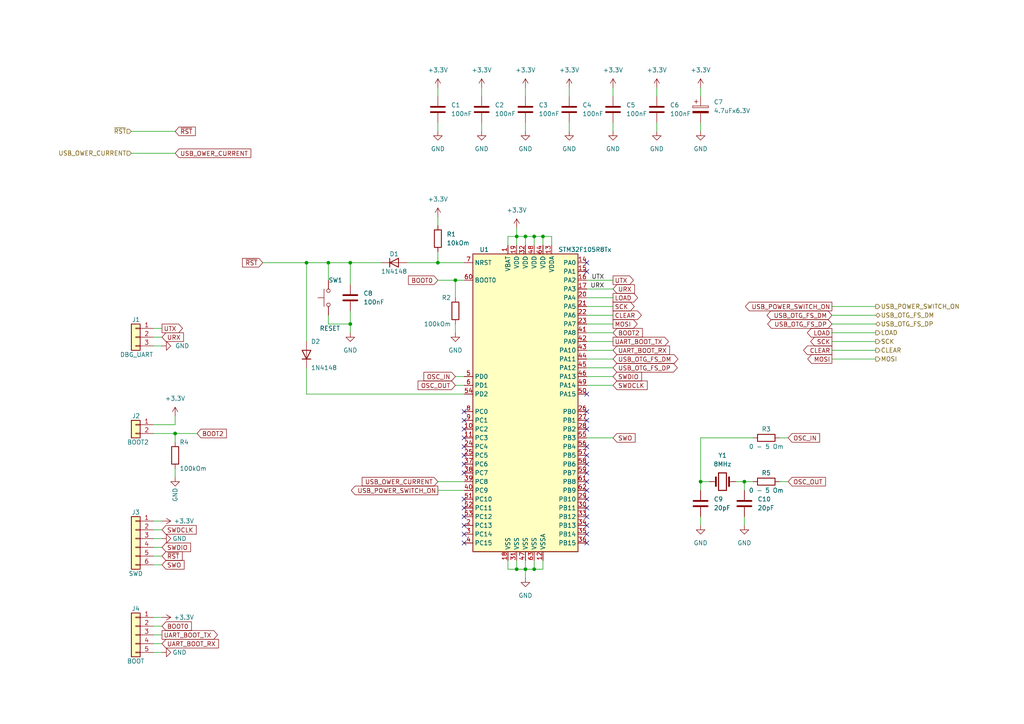
<source format=kicad_sch>
(kicad_sch (version 20211123) (generator eeschema)
  (paper "A4")
  (title_block (title "USB_Keyboard for ZX-Spectrum") (date "17.11.2022") (rev "v0.01"))
  (lib_symbols
    (symbol "Connector_Generic:Conn_01x02" (pin_names (offset 1.016) hide)
      (property "Reference" "J" (at 0 2.54 0))
      (property "Value" "Conn_01x02" (at 0 -5.08 0))
      (symbol "Conn_01x02_1_1"
        (rectangle (start -1.27 -2.413) (end 0 -2.667) (stroke (width 0.1524)))
        (rectangle (start -1.27 0.127) (end 0 -0.127) (stroke (width 0.1524)))
        (rectangle (start -1.27 1.27) (end 1.27 -3.81) (stroke (width 0.254)) (fill (type background)))
        (pin passive line (at -5.08 0 0) (length 3.81) (name "Pin_1") (number "1"))
        (pin passive line (at -5.08 -2.54 0) (length 3.81) (name "Pin_2") (number "2"))
      )
    )
    (symbol "Connector_Generic:Conn_01x03" (pin_names (offset 1.016) hide)
      (property "Reference" "J" (at 0 5.08 0))
      (property "Value" "Conn_01x03" (at 0 -5.08 0))
      (symbol "Conn_01x03_1_1"
        (rectangle (start -1.27 -2.413) (end 0 -2.667) (stroke (width 0.1524)))
        (rectangle (start -1.27 0.127) (end 0 -0.127) (stroke (width 0.1524)))
        (rectangle (start -1.27 2.667) (end 0 2.413) (stroke (width 0.1524)))
        (rectangle (start -1.27 3.81) (end 1.27 -3.81) (stroke (width 0.254)) (fill (type background)))
        (pin passive line (at -5.08 2.54 0) (length 3.81) (name "Pin_1") (number "1"))
        (pin passive line (at -5.08 0 0) (length 3.81) (name "Pin_2") (number "2"))
        (pin passive line (at -5.08 -2.54 0) (length 3.81) (name "Pin_3") (number "3"))
      )
    )
    (symbol "Connector_Generic:Conn_01x05" (pin_names (offset 1.016) hide)
      (property "Reference" "J" (at 0 7.62 0))
      (property "Value" "Conn_01x05" (at 0 -7.62 0))
      (symbol "Conn_01x05_1_1"
        (rectangle (start -1.27 -4.953) (end 0 -5.207) (stroke (width 0.1524)))
        (rectangle (start -1.27 -2.413) (end 0 -2.667) (stroke (width 0.1524)))
        (rectangle (start -1.27 0.127) (end 0 -0.127) (stroke (width 0.1524)))
        (rectangle (start -1.27 2.667) (end 0 2.413) (stroke (width 0.1524)))
        (rectangle (start -1.27 5.207) (end 0 4.953) (stroke (width 0.1524)))
        (rectangle (start -1.27 6.35) (end 1.27 -6.35) (stroke (width 0.254)) (fill (type background)))
        (pin passive line (at -5.08 5.08 0) (length 3.81) (name "Pin_1") (number "1"))
        (pin passive line (at -5.08 2.54 0) (length 3.81) (name "Pin_2") (number "2"))
        (pin passive line (at -5.08 0 0) (length 3.81) (name "Pin_3") (number "3"))
        (pin passive line (at -5.08 -2.54 0) (length 3.81) (name "Pin_4") (number "4"))
        (pin passive line (at -5.08 -5.08 0) (length 3.81) (name "Pin_5") (number "5"))
      )
    )
    (symbol "Connector_Generic:Conn_01x06" (pin_names (offset 1.016) hide)
      (property "Reference" "J" (at 0 7.62 0))
      (property "Value" "Conn_01x06" (at 0 -10.16 0))
      (symbol "Conn_01x06_1_1"
        (rectangle (start -1.27 -7.493) (end 0 -7.747) (stroke (width 0.1524)))
        (rectangle (start -1.27 -4.953) (end 0 -5.207) (stroke (width 0.1524)))
        (rectangle (start -1.27 -2.413) (end 0 -2.667) (stroke (width 0.1524)))
        (rectangle (start -1.27 0.127) (end 0 -0.127) (stroke (width 0.1524)))
        (rectangle (start -1.27 2.667) (end 0 2.413) (stroke (width 0.1524)))
        (rectangle (start -1.27 5.207) (end 0 4.953) (stroke (width 0.1524)))
        (rectangle (start -1.27 6.35) (end 1.27 -8.89) (stroke (width 0.254)) (fill (type background)))
        (pin passive line (at -5.08 5.08 0) (length 3.81) (name "Pin_1") (number "1"))
        (pin passive line (at -5.08 2.54 0) (length 3.81) (name "Pin_2") (number "2"))
        (pin passive line (at -5.08 0 0) (length 3.81) (name "Pin_3") (number "3"))
        (pin passive line (at -5.08 -2.54 0) (length 3.81) (name "Pin_4") (number "4"))
        (pin passive line (at -5.08 -5.08 0) (length 3.81) (name "Pin_5") (number "5"))
        (pin passive line (at -5.08 -7.62 0) (length 3.81) (name "Pin_6") (number "6"))
      )
    )
    (symbol "Device:C" (pin_numbers hide) (pin_names (offset 0.254))
      (property "Reference" "C" (at 0.635 2.54 0))
      (property "Value" "C" (at 0.635 -2.54 0))
      (symbol "C_0_1"
        (polyline (pts (xy -2.032 -0.762) (xy 2.032 -0.762)) (stroke (width 0.508)))
        (polyline (pts (xy -2.032 0.762) (xy 2.032 0.762)) (stroke (width 0.508)))
      )
      (symbol "C_1_1"
        (pin passive line (at 0 3.81 270) (length 2.794) (name "~") (number "1"))
        (pin passive line (at 0 -3.81 90) (length 2.794) (name "~") (number "2"))
      )
    )
    (symbol "Device:C_Polarized" (pin_numbers hide) (pin_names (offset 0.254))
      (property "Reference" "C" (at 0.635 2.54 0))
      (property "Value" "C_Polarized" (at 0.635 -2.54 0))
      (symbol "C_Polarized_0_1"
        (rectangle (start -2.286 0.508) (end 2.286 1.016))
        (polyline (pts (xy -1.778 2.286) (xy -0.762 2.286)))
        (polyline (pts (xy -1.27 2.794) (xy -1.27 1.778)))
        (rectangle (start 2.286 -0.508) (end -2.286 -1.016) (fill (type outline)))
      )
      (symbol "C_Polarized_1_1"
        (pin passive line (at 0 3.81 270) (length 2.794) (name "~") (number "1"))
        (pin passive line (at 0 -3.81 90) (length 2.794) (name "~") (number "2"))
      )
    )
    (symbol "Device:Crystal" (pin_numbers hide) (pin_names (offset 1.016) hide)
      (property "Reference" "Y" (at 0 3.81 0))
      (property "Value" "Crystal" (at 0 -3.81 0))
      (symbol "Crystal_0_1"
        (rectangle (start -1.143 2.54) (end 1.143 -2.54) (stroke (width 0.3048)))
        (polyline (pts (xy -2.54 0) (xy -1.905 0)))
        (polyline (pts (xy -1.905 -1.27) (xy -1.905 1.27)) (stroke (width 0.508)))
        (polyline (pts (xy 1.905 -1.27) (xy 1.905 1.27)) (stroke (width 0.508)))
        (polyline (pts (xy 2.54 0) (xy 1.905 0)))
      )
      (symbol "Crystal_1_1"
        (pin passive line (at -3.81 0 0) (length 1.27) (name "1") (number "1"))
        (pin passive line (at 3.81 0 180) (length 1.27) (name "2") (number "2"))
      )
    )
    (symbol "Device:D" (pin_numbers hide) (pin_names (offset 1.016) hide)
      (property "Reference" "D" (at 0 2.54 0))
      (property "Value" "D" (at 0 -2.54 0))
      (symbol "D_0_1"
        (polyline (pts (xy -1.27 1.27) (xy -1.27 -1.27)) (stroke (width 0.254)))
        (polyline (pts (xy 1.27 0) (xy -1.27 0)))
        (polyline (pts (xy 1.27 1.27) (xy 1.27 -1.27) (xy -1.27 0) (xy 1.27 1.27)) (stroke (width 0.254)))
      )
      (symbol "D_1_1"
        (pin passive line (at -3.81 0 0) (length 2.54) (name "K") (number "1"))
        (pin passive line (at 3.81 0 180) (length 2.54) (name "A") (number "2"))
      )
    )
    (symbol "Device:R" (pin_numbers hide) (pin_names (offset 0))
      (property "Reference" "R" (at 2.032 0 90))
      (property "Value" "R" (at 0 0 90))
      (symbol "R_0_1"
        (rectangle (start -1.016 -2.54) (end 1.016 2.54) (stroke (width 0.254)))
      )
      (symbol "R_1_1"
        (pin passive line (at 0 3.81 270) (length 1.27) (name "~") (number "1"))
        (pin passive line (at 0 -3.81 90) (length 1.27) (name "~") (number "2"))
      )
    )
    (symbol "MCU_ST_STM32F1:STM32F105R8Tx"
      (property "Reference" "U" (at -15.24 44.45 0))
      (property "Value" "STM32F105R8Tx" (at 10.16 44.45 0))
      (symbol "STM32F105R8Tx_0_1"
        (rectangle (start -15.24 -43.18) (end 15.24 43.18) (stroke (width 0.254)) (fill (type background)))
      )
      (symbol "STM32F105R8Tx_1_1"
        (pin power_in line (at -5.08 45.72 270) (length 2.54) (name "VBAT") (number "1"))
        (pin bidirectional line (at -17.78 -7.62 0) (length 2.54) (name "PC2") (number "10"))
        (pin bidirectional line (at -17.78 -10.16 0) (length 2.54) (name "PC3") (number "11"))
        (pin power_in line (at 5.08 -45.72 90) (length 2.54) (name "VSSA") (number "12"))
        (pin power_in line (at 7.62 45.72 270) (length 2.54) (name "VDDA") (number "13"))
        (pin bidirectional line (at 17.78 40.64 180) (length 2.54) (name "PA0") (number "14"))
        (pin bidirectional line (at 17.78 38.1 180) (length 2.54) (name "PA1") (number "15"))
        (pin bidirectional line (at 17.78 35.56 180) (length 2.54) (name "PA2") (number "16"))
        (pin bidirectional line (at 17.78 33.02 180) (length 2.54) (name "PA3") (number "17"))
        (pin power_in line (at -5.08 -45.72 90) (length 2.54) (name "VSS") (number "18"))
        (pin power_in line (at -2.54 45.72 270) (length 2.54) (name "VDD") (number "19"))
        (pin bidirectional line (at -17.78 -35.56 0) (length 2.54) (name "PC13") (number "2"))
        (pin bidirectional line (at 17.78 30.48 180) (length 2.54) (name "PA4") (number "20"))
        (pin bidirectional line (at 17.78 27.94 180) (length 2.54) (name "PA5") (number "21"))
        (pin bidirectional line (at 17.78 25.4 180) (length 2.54) (name "PA6") (number "22"))
        (pin bidirectional line (at 17.78 22.86 180) (length 2.54) (name "PA7") (number "23"))
        (pin bidirectional line (at -17.78 -12.7 0) (length 2.54) (name "PC4") (number "24"))
        (pin bidirectional line (at -17.78 -15.24 0) (length 2.54) (name "PC5") (number "25"))
        (pin bidirectional line (at 17.78 -2.54 180) (length 2.54) (name "PB0") (number "26"))
        (pin bidirectional line (at 17.78 -5.08 180) (length 2.54) (name "PB1") (number "27"))
        (pin bidirectional line (at 17.78 -7.62 180) (length 2.54) (name "PB2") (number "28"))
        (pin bidirectional line (at 17.78 -27.94 180) (length 2.54) (name "PB10") (number "29"))
        (pin bidirectional line (at -17.78 -38.1 0) (length 2.54) (name "PC14") (number "3"))
        (pin bidirectional line (at 17.78 -30.48 180) (length 2.54) (name "PB11") (number "30"))
        (pin power_in line (at -2.54 -45.72 90) (length 2.54) (name "VSS") (number "31"))
        (pin power_in line (at 0 45.72 270) (length 2.54) (name "VDD") (number "32"))
        (pin bidirectional line (at 17.78 -33.02 180) (length 2.54) (name "PB12") (number "33"))
        (pin bidirectional line (at 17.78 -35.56 180) (length 2.54) (name "PB13") (number "34"))
        (pin bidirectional line (at 17.78 -38.1 180) (length 2.54) (name "PB14") (number "35"))
        (pin bidirectional line (at 17.78 -40.64 180) (length 2.54) (name "PB15") (number "36"))
        (pin bidirectional line (at -17.78 -17.78 0) (length 2.54) (name "PC6") (number "37"))
        (pin bidirectional line (at -17.78 -20.32 0) (length 2.54) (name "PC7") (number "38"))
        (pin bidirectional line (at -17.78 -22.86 0) (length 2.54) (name "PC8") (number "39"))
        (pin bidirectional line (at -17.78 -40.64 0) (length 2.54) (name "PC15") (number "4"))
        (pin bidirectional line (at -17.78 -25.4 0) (length 2.54) (name "PC9") (number "40"))
        (pin bidirectional line (at 17.78 20.32 180) (length 2.54) (name "PA8") (number "41"))
        (pin bidirectional line (at 17.78 17.78 180) (length 2.54) (name "PA9") (number "42"))
        (pin bidirectional line (at 17.78 15.24 180) (length 2.54) (name "PA10") (number "43"))
        (pin bidirectional line (at 17.78 12.7 180) (length 2.54) (name "PA11") (number "44"))
        (pin bidirectional line (at 17.78 10.16 180) (length 2.54) (name "PA12") (number "45"))
        (pin bidirectional line (at 17.78 7.62 180) (length 2.54) (name "PA13") (number "46"))
        (pin power_in line (at 0 -45.72 90) (length 2.54) (name "VSS") (number "47"))
        (pin power_in line (at 2.54 45.72 270) (length 2.54) (name "VDD") (number "48"))
        (pin bidirectional line (at 17.78 5.08 180) (length 2.54) (name "PA14") (number "49"))
        (pin input line (at -17.78 7.62 0) (length 2.54) (name "PD0") (number "5"))
        (pin bidirectional line (at 17.78 2.54 180) (length 2.54) (name "PA15") (number "50"))
        (pin bidirectional line (at -17.78 -27.94 0) (length 2.54) (name "PC10") (number "51"))
        (pin bidirectional line (at -17.78 -30.48 0) (length 2.54) (name "PC11") (number "52"))
        (pin bidirectional line (at -17.78 -33.02 0) (length 2.54) (name "PC12") (number "53"))
        (pin bidirectional line (at -17.78 2.54 0) (length 2.54) (name "PD2") (number "54"))
        (pin bidirectional line (at 17.78 -10.16 180) (length 2.54) (name "PB3") (number "55"))
        (pin bidirectional line (at 17.78 -12.7 180) (length 2.54) (name "PB4") (number "56"))
        (pin bidirectional line (at 17.78 -15.24 180) (length 2.54) (name "PB5") (number "57"))
        (pin bidirectional line (at 17.78 -17.78 180) (length 2.54) (name "PB6") (number "58"))
        (pin bidirectional line (at 17.78 -20.32 180) (length 2.54) (name "PB7") (number "59"))
        (pin input line (at -17.78 5.08 0) (length 2.54) (name "PD1") (number "6"))
        (pin input line (at -17.78 35.56 0) (length 2.54) (name "BOOT0") (number "60"))
        (pin bidirectional line (at 17.78 -22.86 180) (length 2.54) (name "PB8") (number "61"))
        (pin bidirectional line (at 17.78 -25.4 180) (length 2.54) (name "PB9") (number "62"))
        (pin power_in line (at 2.54 -45.72 90) (length 2.54) (name "VSS") (number "63"))
        (pin power_in line (at 5.08 45.72 270) (length 2.54) (name "VDD") (number "64"))
        (pin input line (at -17.78 40.64 0) (length 2.54) (name "NRST") (number "7"))
        (pin bidirectional line (at -17.78 -2.54 0) (length 2.54) (name "PC0") (number "8"))
        (pin bidirectional line (at -17.78 -5.08 0) (length 2.54) (name "PC1") (number "9"))
      )
    )
    (symbol "Switch:SW_Push" (pin_numbers hide) (pin_names (offset 1.016) hide)
      (property "Reference" "SW" (at 1.27 2.54 0))
      (property "Value" "SW_Push" (at 0 -1.524 0))
      (symbol "SW_Push_0_1"
        (circle (center -2.032 0) (radius 0.508))
        (polyline (pts (xy 0 1.27) (xy 0 3.048)))
        (polyline (pts (xy 2.54 1.27) (xy -2.54 1.27)))
        (circle (center 2.032 0) (radius 0.508))
        (pin passive line (at -5.08 0 0) (length 2.54) (name "1") (number "1"))
        (pin passive line (at 5.08 0 180) (length 2.54) (name "2") (number "2"))
      )
    )
    (symbol "power:+3.3V" (power) (pin_names (offset 0))
      (property "Value" "+3.3V" (at 0 3.556 0))
      (symbol "+3.3V_0_1"
        (polyline (pts (xy -0.762 1.27) (xy 0 2.54)))
        (polyline (pts (xy 0 0) (xy 0 2.54)))
        (polyline (pts (xy 0 2.54) (xy 0.762 1.27)))
      )
      (symbol "+3.3V_1_1"
        (pin power_in line (at 0 0 90) (length 0) hide (name "+3.3V") (number "1"))
      )
    )
    (symbol "power:GND" (power) (pin_names (offset 0))
      (property "Value" "GND" (at 0 -3.81 0))
      (symbol "GND_0_1"
        (polyline (pts (xy 0 0) (xy 0 -1.27) (xy 1.27 -1.27) (xy 0 -2.54) (xy -1.27 -1.27) (xy 0 -1.27)))
      )
      (symbol "GND_1_1"
        (pin power_in line (at 0 0 270) (length 0) hide (name "GND") (number "1"))
      )
    )
  )
  (junction (at 203.2 139.7))
  (junction (at 95.25 76.2))
  (junction (at 154.94 68.58))
  (junction (at 132.08 81.28))
  (junction (at 154.94 165.1))
  (junction (at 88.9 76.2))
  (junction (at 149.86 68.58))
  (junction (at 149.86 165.1))
  (junction (at 157.48 68.58))
  (junction (at 152.4 165.1))
  (junction (at 127 76.2))
  (junction (at 215.9 139.7))
  (junction (at 101.6 76.2))
  (junction (at 101.6 93.98))
  (junction (at 152.4 68.58))
  (junction (at 50.8 125.73))
  (no_connect (at 170.18 78.74))
  (no_connect (at 170.18 124.46))
  (no_connect (at 170.18 76.2))
  (no_connect (at 134.62 127))
  (no_connect (at 134.62 134.62))
  (no_connect (at 170.18 137.16))
  (no_connect (at 170.18 129.54))
  (no_connect (at 134.62 129.54))
  (no_connect (at 134.62 124.46))
  (no_connect (at 170.18 132.08))
  (no_connect (at 134.62 147.32))
  (no_connect (at 134.62 121.92))
  (no_connect (at 170.18 114.3))
  (no_connect (at 170.18 134.62))
  (no_connect (at 134.62 152.4))
  (no_connect (at 170.18 147.32))
  (no_connect (at 134.62 154.94))
  (no_connect (at 134.62 132.08))
  (no_connect (at 170.18 139.7))
  (no_connect (at 170.18 157.48))
  (no_connect (at 170.18 121.92))
  (no_connect (at 134.62 149.86))
  (no_connect (at 170.18 154.94))
  (no_connect (at 170.18 149.86))
  (no_connect (at 134.62 157.48))
  (no_connect (at 170.18 144.78))
  (no_connect (at 170.18 119.38))
  (no_connect (at 134.62 137.16))
  (no_connect (at 170.18 152.4))
  (no_connect (at 134.62 144.78))
  (no_connect (at 170.18 142.24))
  (no_connect (at 134.62 119.38))
  (wire (pts (xy 203.2 127) (xy 218.44 127)))
  (wire (pts (xy 132.08 81.28) (xy 132.08 86.36)))
  (wire (pts (xy 46.99 95.25) (xy 44.45 95.25)))
  (wire (pts (xy 118.11 76.2) (xy 127 76.2)))
  (wire (pts (xy 152.4 165.1) (xy 152.4 167.64)))
  (wire (pts (xy 38.1 44.45) (xy 50.8 44.45)))
  (wire (pts (xy 215.9 139.7) (xy 215.9 142.24)))
  (wire (pts (xy 147.32 162.56) (xy 147.32 165.1)))
  (wire (pts (xy 170.18 106.68) (xy 177.8 106.68)))
  (wire (pts (xy 154.94 165.1) (xy 157.48 165.1)))
  (wire (pts (xy 139.7 27.94) (xy 139.7 25.4)))
  (wire (pts (xy 152.4 68.58) (xy 152.4 71.12)))
  (wire (pts (xy 203.2 35.56) (xy 203.2 38.1)))
  (wire (pts (xy 44.45 153.67) (xy 46.99 153.67)))
  (wire (pts (xy 203.2 149.86) (xy 203.2 152.4)))
  (wire (pts (xy 132.08 81.28) (xy 134.62 81.28)))
  (wire (pts (xy 190.5 27.94) (xy 190.5 25.4)))
  (wire (pts (xy 170.18 86.36) (xy 177.8 86.36)))
  (wire (pts (xy 46.99 184.15) (xy 44.45 184.15)))
  (wire (pts (xy 50.8 120.65) (xy 50.8 123.19)))
  (wire (pts (xy 215.9 149.86) (xy 215.9 152.4)))
  (wire (pts (xy 132.08 109.22) (xy 134.62 109.22)))
  (wire (pts (xy 170.18 99.06) (xy 177.8 99.06)))
  (wire (pts (xy 95.25 76.2) (xy 101.6 76.2)))
  (wire (pts (xy 154.94 68.58) (xy 154.94 71.12)))
  (wire (pts (xy 50.8 125.73) (xy 44.45 125.73)))
  (wire (pts (xy 241.3 104.14) (xy 254 104.14)))
  (wire (pts (xy 44.45 158.75) (xy 46.99 158.75)))
  (wire (pts (xy 154.94 68.58) (xy 157.48 68.58)))
  (wire (pts (xy 101.6 76.2) (xy 110.49 76.2)))
  (wire (pts (xy 177.8 35.56) (xy 177.8 38.1)))
  (wire (pts (xy 46.99 179.07) (xy 44.45 179.07)))
  (wire (pts (xy 205.74 139.7) (xy 203.2 139.7)))
  (wire (pts (xy 127 35.56) (xy 127 38.1)))
  (wire (pts (xy 132.08 93.98) (xy 132.08 96.52)))
  (wire (pts (xy 95.25 91.44) (xy 95.25 93.98)))
  (wire (pts (xy 101.6 93.98) (xy 101.6 96.52)))
  (wire (pts (xy 165.1 27.94) (xy 165.1 25.4)))
  (wire (pts (xy 157.48 162.56) (xy 157.48 165.1)))
  (wire (pts (xy 149.86 68.58) (xy 152.4 68.58)))
  (wire (pts (xy 203.2 127) (xy 203.2 139.7)))
  (wire (pts (xy 241.3 91.44) (xy 254 91.44)))
  (wire (pts (xy 241.3 96.52) (xy 254 96.52)))
  (wire (pts (xy 127 142.24) (xy 134.62 142.24)))
  (wire (pts (xy 165.1 35.56) (xy 165.1 38.1)))
  (wire (pts (xy 149.86 165.1) (xy 152.4 165.1)))
  (wire (pts (xy 101.6 76.2) (xy 101.6 82.55)))
  (wire (pts (xy 76.2 76.2) (xy 88.9 76.2)))
  (wire (pts (xy 170.18 109.22) (xy 177.8 109.22)))
  (wire (pts (xy 160.02 68.58) (xy 160.02 71.12)))
  (wire (pts (xy 241.3 93.98) (xy 254 93.98)))
  (wire (pts (xy 152.4 165.1) (xy 154.94 165.1)))
  (wire (pts (xy 170.18 81.28) (xy 177.8 81.28)))
  (wire (pts (xy 241.3 99.06) (xy 254 99.06)))
  (wire (pts (xy 149.86 68.58) (xy 149.86 71.12)))
  (wire (pts (xy 88.9 114.3) (xy 134.62 114.3)))
  (wire (pts (xy 213.36 139.7) (xy 215.9 139.7)))
  (wire (pts (xy 170.18 127) (xy 177.8 127)))
  (wire (pts (xy 50.8 38.1) (xy 38.1 38.1)))
  (wire (pts (xy 149.86 162.56) (xy 149.86 165.1)))
  (wire (pts (xy 241.3 101.6) (xy 254 101.6)))
  (wire (pts (xy 215.9 139.7) (xy 218.44 139.7)))
  (wire (pts (xy 152.4 162.56) (xy 152.4 165.1)))
  (wire (pts (xy 46.99 100.33) (xy 44.45 100.33)))
  (wire (pts (xy 127 81.28) (xy 132.08 81.28)))
  (wire (pts (xy 127 76.2) (xy 134.62 76.2)))
  (wire (pts (xy 203.2 27.94) (xy 203.2 25.4)))
  (wire (pts (xy 139.7 35.56) (xy 139.7 38.1)))
  (wire (pts (xy 46.99 161.29) (xy 44.45 161.29)))
  (wire (pts (xy 154.94 162.56) (xy 154.94 165.1)))
  (wire (pts (xy 57.15 125.73) (xy 50.8 125.73)))
  (wire (pts (xy 147.32 165.1) (xy 149.86 165.1)))
  (wire (pts (xy 50.8 135.89) (xy 50.8 138.43)))
  (wire (pts (xy 149.86 66.04) (xy 149.86 68.58)))
  (wire (pts (xy 44.45 156.21) (xy 46.99 156.21)))
  (wire (pts (xy 50.8 125.73) (xy 50.8 128.27)))
  (wire (pts (xy 190.5 35.56) (xy 190.5 38.1)))
  (wire (pts (xy 152.4 27.94) (xy 152.4 25.4)))
  (wire (pts (xy 95.25 76.2) (xy 95.25 81.28)))
  (wire (pts (xy 44.45 151.13) (xy 46.99 151.13)))
  (wire (pts (xy 170.18 111.76) (xy 177.8 111.76)))
  (wire (pts (xy 88.9 76.2) (xy 95.25 76.2)))
  (wire (pts (xy 127 73.025) (xy 127 76.2)))
  (wire (pts (xy 152.4 35.56) (xy 152.4 38.1)))
  (wire (pts (xy 170.18 104.14) (xy 177.8 104.14)))
  (wire (pts (xy 127 139.7) (xy 134.62 139.7)))
  (wire (pts (xy 157.48 68.58) (xy 157.48 71.12)))
  (wire (pts (xy 170.18 83.82) (xy 177.8 83.82)))
  (wire (pts (xy 157.48 68.58) (xy 160.02 68.58)))
  (wire (pts (xy 46.99 186.69) (xy 44.45 186.69)))
  (wire (pts (xy 101.6 90.17) (xy 101.6 93.98)))
  (wire (pts (xy 147.32 68.58) (xy 149.86 68.58)))
  (wire (pts (xy 127 62.865) (xy 127 65.405)))
  (wire (pts (xy 132.08 111.76) (xy 134.62 111.76)))
  (wire (pts (xy 177.8 27.94) (xy 177.8 25.4)))
  (wire (pts (xy 44.45 189.23) (xy 46.99 189.23)))
  (wire (pts (xy 170.18 88.9) (xy 177.8 88.9)))
  (wire (pts (xy 46.99 181.61) (xy 44.45 181.61)))
  (wire (pts (xy 170.18 91.44) (xy 177.8 91.44)))
  (wire (pts (xy 152.4 68.58) (xy 154.94 68.58)))
  (wire (pts (xy 203.2 139.7) (xy 203.2 142.24)))
  (wire (pts (xy 170.18 101.6) (xy 177.8 101.6)))
  (wire (pts (xy 95.25 93.98) (xy 101.6 93.98)))
  (wire (pts (xy 88.9 76.2) (xy 88.9 99.06)))
  (wire (pts (xy 147.32 71.12) (xy 147.32 68.58)))
  (wire (pts (xy 226.06 139.7) (xy 228.6 139.7)))
  (wire (pts (xy 226.06 127) (xy 228.6 127)))
  (wire (pts (xy 44.45 163.83) (xy 46.99 163.83)))
  (wire (pts (xy 44.45 123.19) (xy 50.8 123.19)))
  (wire (pts (xy 88.9 106.68) (xy 88.9 114.3)))
  (wire (pts (xy 46.99 97.79) (xy 44.45 97.79)))
  (wire (pts (xy 127 27.94) (xy 127 25.4)))
  (wire (pts (xy 170.18 93.98) (xy 177.8 93.98)))
  (wire (pts (xy 170.18 96.52) (xy 177.8 96.52)))
  (wire (pts (xy 241.3 88.9) (xy 254 88.9)))
  (label "UTX" (at 175.26 81.28 180))
  (label "URX" (at 175.26 83.82 180))
  (global_label "CLEAR" (shape output) (at 241.3 101.6 180) (property "Intersheet References" "${INTERSHEET_REFS}" (effects hide)))
  (global_label "USB_POWER_SWITCH_ON" (shape output) (at 127 142.24 180) (property "Intersheet References" "${INTERSHEET_REFS}" (effects hide)))
  (global_label "UART_BOOT_RX" (shape input) (at 177.8 101.6 0) (property "Intersheet References" "${INTERSHEET_REFS}" (effects hide)))
  (global_label "USB_OTG_FS_DP" (shape bidirectional) (at 241.3 93.98 180) (property "Intersheet References" "${INTERSHEET_REFS}" (effects hide)))
  (global_label "SWO" (shape input) (at 46.99 163.83 0) (property "Intersheet References" "${INTERSHEET_REFS}" (effects hide)))
  (global_label "BOOT0" (shape input) (at 127 81.28 180) (property "Intersheet References" "${INTERSHEET_REFS}" (effects hide)))
  (global_label "UTX" (shape output) (at 46.99 95.25 0) (property "Intersheet References" "${INTERSHEET_REFS}" (effects hide)))
  (global_label "~{RST}" (shape input) (at 76.2 76.2 180) (property "Intersheet References" "${INTERSHEET_REFS}" (effects hide)))
  (global_label "BOOT2" (shape input) (at 177.8 96.52 0) (property "Intersheet References" "${INTERSHEET_REFS}" (effects hide)))
  (global_label "OSC_IN" (shape input) (at 228.6 127 0) (property "Intersheet References" "${INTERSHEET_REFS}" (effects hide)))
  (global_label "USB_OTG_FS_DM" (shape bidirectional) (at 241.3 91.44 180) (property "Intersheet References" "${INTERSHEET_REFS}" (effects hide)))
  (global_label "OSC_OUT" (shape input) (at 228.6 139.7 0) (property "Intersheet References" "${INTERSHEET_REFS}" (effects hide)))
  (global_label "UART_BOOT_TX" (shape output) (at 46.99 184.15 0) (property "Intersheet References" "${INTERSHEET_REFS}" (effects hide)))
  (global_label "BOOT0" (shape input) (at 46.99 181.61 0) (property "Intersheet References" "${INTERSHEET_REFS}" (effects hide)))
  (global_label "~{RST}" (shape input) (at 50.8 38.1 0) (property "Intersheet References" "${INTERSHEET_REFS}" (effects hide)))
  (global_label "URX" (shape input) (at 46.99 97.79 0) (property "Intersheet References" "${INTERSHEET_REFS}" (effects hide)))
  (global_label "USB_OTG_FS_DP" (shape bidirectional) (at 177.8 106.68 0) (property "Intersheet References" "${INTERSHEET_REFS}" (effects hide)))
  (global_label "SWO" (shape input) (at 177.8 127 0) (property "Intersheet References" "${INTERSHEET_REFS}" (effects hide)))
  (global_label "SWDIO" (shape input) (at 46.99 158.75 0) (property "Intersheet References" "${INTERSHEET_REFS}" (effects hide)))
  (global_label "USB_OWER_CURRENT" (shape input) (at 127 139.7 180) (property "Intersheet References" "${INTERSHEET_REFS}" (effects hide)))
  (global_label "MOSI" (shape output) (at 177.8 93.98 0) (property "Intersheet References" "${INTERSHEET_REFS}" (effects hide)))
  (global_label "CLEAR" (shape output) (at 177.8 91.44 0) (property "Intersheet References" "${INTERSHEET_REFS}" (effects hide)))
  (global_label "SWDCLK" (shape input) (at 46.99 153.67 0) (property "Intersheet References" "${INTERSHEET_REFS}" (effects hide)))
  (global_label "URX" (shape input) (at 177.8 83.82 0) (property "Intersheet References" "${INTERSHEET_REFS}" (effects hide)))
  (global_label "UART_BOOT_RX" (shape input) (at 46.99 186.69 0) (property "Intersheet References" "${INTERSHEET_REFS}" (effects hide)))
  (global_label "LOAD" (shape output) (at 177.8 86.36 0) (property "Intersheet References" "${INTERSHEET_REFS}" (effects hide)))
  (global_label "SCK" (shape output) (at 241.3 99.06 180) (property "Intersheet References" "${INTERSHEET_REFS}" (effects hide)))
  (global_label "LOAD" (shape output) (at 241.3 96.52 180) (property "Intersheet References" "${INTERSHEET_REFS}" (effects hide)))
  (global_label "SWDCLK" (shape input) (at 177.8 111.76 0) (property "Intersheet References" "${INTERSHEET_REFS}" (effects hide)))
  (global_label "UTX" (shape output) (at 177.8 81.28 0) (property "Intersheet References" "${INTERSHEET_REFS}" (effects hide)))
  (global_label "USB_OTG_FS_DM" (shape bidirectional) (at 177.8 104.14 0) (property "Intersheet References" "${INTERSHEET_REFS}" (effects hide)))
  (global_label "UART_BOOT_TX" (shape output) (at 177.8 99.06 0) (property "Intersheet References" "${INTERSHEET_REFS}" (effects hide)))
  (global_label "OSC_OUT" (shape input) (at 132.08 111.76 180) (property "Intersheet References" "${INTERSHEET_REFS}" (effects hide)))
  (global_label "SWDIO" (shape input) (at 177.8 109.22 0) (property "Intersheet References" "${INTERSHEET_REFS}" (effects hide)))
  (global_label "USB_POWER_SWITCH_ON" (shape output) (at 241.3 88.9 180) (property "Intersheet References" "${INTERSHEET_REFS}" (effects hide)))
  (global_label "BOOT2" (shape input) (at 57.15 125.73 0) (property "Intersheet References" "${INTERSHEET_REFS}" (effects hide)))
  (global_label "SCK" (shape output) (at 177.8 88.9 0) (property "Intersheet References" "${INTERSHEET_REFS}" (effects hide)))
  (global_label "MOSI" (shape output) (at 241.3 104.14 180) (property "Intersheet References" "${INTERSHEET_REFS}" (effects hide)))
  (global_label "OSC_IN" (shape input) (at 132.08 109.22 180) (property "Intersheet References" "${INTERSHEET_REFS}" (effects hide)))
  (global_label "USB_OWER_CURRENT" (shape input) (at 50.8 44.45 0) (property "Intersheet References" "${INTERSHEET_REFS}" (effects hide)))
  (global_label "~{RST}" (shape input) (at 46.99 161.29 0) (property "Intersheet References" "${INTERSHEET_REFS}" (effects hide)))
  (hierarchical_label "SCK" (shape output) (at 254 99.06 0))
  (hierarchical_label "LOAD" (shape output) (at 254 96.52 0))
  (hierarchical_label "~{RST}" (shape input) (at 38.1 38.1 180))
  (hierarchical_label "MOSI" (shape output) (at 254 104.14 0))
  (hierarchical_label "USB_OTG_FS_DM" (shape bidirectional) (at 254 91.44 0))
  (hierarchical_label "USB_OTG_FS_DP" (shape bidirectional) (at 254 93.98 0))
  (hierarchical_label "USB_POWER_SWITCH_ON" (shape output) (at 254 88.9 0))
  (hierarchical_label "USB_OWER_CURRENT" (shape input) (at 38.1 44.45 180))
  (hierarchical_label "CLEAR" (shape output) (at 254 101.6 0))
  (symbol (lib_id "power:+3.3V") (at 190.5 25.4 0) (unit 1)
    (property "Reference" "#PWR06" (effects hide))
    (property "Value" "+3.3V" (at 190.5 20.32 0))
  )
  (symbol (lib_id "power:GND") (at 165.1 38.1 0) (unit 1)
    (property "Reference" "#PWR011" (effects hide))
    (property "Value" "GND" (at 165.1 43.18 0))
  )
  (symbol (lib_id "Device:C") (at 139.7 31.75 0) (unit 1)
    (property "Reference" "C2" (at 143.51 30.4799 0) (effects (justify left)))
    (property "Value" "100nF" (at 143.51 33.0199 0) (effects (justify left)))
    (property "Footprint" "Capacitor_SMD:C_0805_2012Metric_Pad1.18x1.45mm_HandSolder" (effects hide))
  )
  (symbol (lib_id "power:GND") (at 132.08 96.52 0) (mirror y) (unit 1)
    (property "Reference" "#PWR018" (effects hide))
    (property "Value" "GND" (at 132.08 101.6 0))
  )
  (symbol (lib_id "Connector_Generic:Conn_01x05") (at 39.37 184.15 0) (mirror y) (unit 1)
    (property "Reference" "J4" (at 39.37 176.53 0))
    (property "Value" "BOOT" (at 39.37 191.77 0))
    (property "Footprint" "Connector_PinHeader_2.54mm:PinHeader_1x05_P2.54mm_Vertical" (effects hide))
  )
  (symbol (lib_id "Device:C") (at 215.9 146.05 0) (unit 1)
    (property "Reference" "C10" (at 219.71 144.7799 0) (effects (justify left)))
    (property "Value" "20pF" (at 219.71 147.3199 0) (effects (justify left)))
    (property "Footprint" "Capacitor_SMD:C_0805_2012Metric_Pad1.18x1.45mm_HandSolder" (effects hide))
  )
  (symbol (lib_id "power:+3.3V") (at 177.8 25.4 0) (unit 1)
    (property "Reference" "#PWR05" (effects hide))
    (property "Value" "+3.3V" (at 177.8 20.32 0))
  )
  (symbol (lib_id "power:GND") (at 101.6 96.52 0) (unit 1)
    (property "Reference" "#PWR017" (effects hide))
    (property "Value" "GND" (at 101.6 101.6 0))
  )
  (symbol (lib_id "Device:D") (at 88.9 102.87 90) (unit 1)
    (property "Reference" "D2" (at 90.17 99.06 90) (effects (justify right)))
    (property "Value" "1N4148" (at 90.17 106.68 90) (effects (justify right)))
    (property "Footprint" "Diode_SMD:D_MiniMELF" (effects hide))
  )
  (symbol (lib_id "power:+3.3V") (at 152.4 25.4 0) (unit 1)
    (property "Reference" "#PWR03" (effects hide))
    (property "Value" "+3.3V" (at 152.4 20.32 0))
  )
  (symbol (lib_id "MCU_ST_STM32F1:STM32F105R8Tx") (at 152.4 116.84 0) (unit 1)
    (property "Reference" "U1" (at 139.065 72.39 0) (effects (justify left)))
    (property "Value" "STM32F105R8Tx" (at 161.925 72.39 0) (effects (justify left)))
    (property "Footprint" "Package_QFP:LQFP-64_10x10mm_P0.5mm" (effects hide))
    (property "Datasheet" "http://www.st.com/st-web-ui/static/active/en/resource/technical/document/datasheet/CD00220364.pdf" (effects hide))
  )
  (symbol (lib_id "power:GND") (at 215.9 152.4 0) (unit 1)
    (property "Reference" "#PWR024" (effects hide))
    (property "Value" "GND" (at 215.9 157.48 0))
  )
  (symbol (lib_id "power:GND") (at 46.99 100.33 90) (mirror x) (unit 1)
    (property "Reference" "#PWR019" (effects hide))
    (property "Value" "GND" (at 50.8 100.3299 90) (effects (justify right)))
  )
  (symbol (lib_id "Device:R") (at 132.08 90.17 0) (mirror y) (unit 1)
    (property "Reference" "R2" (at 130.81 86.36 0) (effects (justify left)))
    (property "Value" "100kOm" (at 130.81 93.98 0) (effects (justify left)))
    (property "Footprint" "Resistor_SMD:R_0805_2012Metric_Pad1.20x1.40mm_HandSolder" (effects hide))
  )
  (symbol (lib_id "power:+3.3V") (at 165.1 25.4 0) (unit 1)
    (property "Reference" "#PWR04" (effects hide))
    (property "Value" "+3.3V" (at 165.1 20.32 0))
  )
  (symbol (lib_id "power:GND") (at 152.4 167.64 0) (unit 1)
    (property "Reference" "#PWR026" (effects hide))
    (property "Value" "GND" (at 152.4 172.72 0))
  )
  (symbol (lib_id "Device:C") (at 152.4 31.75 0) (unit 1)
    (property "Reference" "C3" (at 156.21 30.4799 0) (effects (justify left)))
    (property "Value" "100nF" (at 156.21 33.0199 0) (effects (justify left)))
    (property "Footprint" "Capacitor_SMD:C_0805_2012Metric_Pad1.18x1.45mm_HandSolder" (effects hide))
  )
  (symbol (lib_id "Device:C") (at 203.2 146.05 0) (unit 1)
    (property "Reference" "C9" (at 207.01 144.7799 0) (effects (justify left)))
    (property "Value" "20pF" (at 207.01 147.3199 0) (effects (justify left)))
    (property "Footprint" "Capacitor_SMD:C_0805_2012Metric_Pad1.18x1.45mm_HandSolder" (effects hide))
  )
  (symbol (lib_id "Connector_Generic:Conn_01x02") (at 39.37 123.19 0) (mirror y) (unit 1)
    (property "Reference" "J2" (at 40.64 120.65 0) (effects (justify left)))
    (property "Value" "BOOT2" (at 43.18 128.27 0) (effects (justify left)))
    (property "Footprint" "Connector_PinHeader_2.54mm:PinHeader_1x02_P2.54mm_Vertical" (effects hide))
  )
  (symbol (lib_id "Device:R") (at 222.25 127 90) (unit 1)
    (property "Reference" "R3" (at 222.25 124.46 90))
    (property "Value" "0 - 5 Om" (at 222.25 129.54 90))
    (property "Footprint" "Resistor_SMD:R_0805_2012Metric_Pad1.20x1.40mm_HandSolder" (effects hide))
  )
  (symbol (lib_id "power:GND") (at 139.7 38.1 0) (unit 1)
    (property "Reference" "#PWR09" (effects hide))
    (property "Value" "GND" (at 139.7 43.18 0))
  )
  (symbol (lib_id "Connector_Generic:Conn_01x06") (at 39.37 156.21 0) (mirror y) (unit 1)
    (property "Reference" "J3" (at 39.37 148.59 0))
    (property "Value" "SWD" (at 39.37 166.37 0))
    (property "Footprint" "Connector_PinHeader_2.54mm:PinHeader_1x06_P2.54mm_Vertical" (effects hide))
  )
  (symbol (lib_id "Device:C") (at 190.5 31.75 0) (unit 1)
    (property "Reference" "C6" (at 194.31 30.4799 0) (effects (justify left)))
    (property "Value" "100nF" (at 194.31 33.0199 0) (effects (justify left)))
    (property "Footprint" "Capacitor_SMD:C_0805_2012Metric_Pad1.18x1.45mm_HandSolder" (effects hide))
  )
  (symbol (lib_id "power:GND") (at 190.5 38.1 0) (unit 1)
    (property "Reference" "#PWR013" (effects hide))
    (property "Value" "GND" (at 190.5 43.18 0))
  )
  (symbol (lib_id "power:GND") (at 203.2 38.1 0) (unit 1)
    (property "Reference" "#PWR014" (effects hide))
    (property "Value" "GND" (at 203.2 43.18 0))
  )
  (symbol (lib_id "power:GND") (at 50.8 138.43 0) (mirror y) (unit 1)
    (property "Reference" "#PWR021" (effects hide))
    (property "Value" "GND" (at 50.8 143.51 90))
  )
  (symbol (lib_id "Device:R") (at 127 69.215 0) (unit 1)
    (property "Reference" "R1" (at 129.54 67.9449 0) (effects (justify left)))
    (property "Value" "10kOm" (at 129.54 70.4849 0) (effects (justify left)))
    (property "Footprint" "Resistor_SMD:R_0805_2012Metric_Pad1.20x1.40mm_HandSolder" (effects hide))
  )
  (symbol (lib_id "power:+3.3V") (at 127 25.4 0) (unit 1)
    (property "Reference" "#PWR01" (effects hide))
    (property "Value" "+3.3V" (at 127 20.32 0))
  )
  (symbol (lib_id "Device:C") (at 127 31.75 0) (unit 1)
    (property "Reference" "C1" (at 130.81 30.4799 0) (effects (justify left)))
    (property "Value" "100nF" (at 130.81 33.0199 0) (effects (justify left)))
    (property "Footprint" "Capacitor_SMD:C_0805_2012Metric_Pad1.18x1.45mm_HandSolder" (effects hide))
  )
  (symbol (lib_id "Device:Crystal") (at 209.55 139.7 180) (unit 1)
    (property "Reference" "Y1" (at 209.55 132.08 0))
    (property "Value" "8MHz" (at 209.55 134.62 0))
    (property "Footprint" "Crystal:Crystal_HC49-U_Vertical" (effects hide))
  )
  (symbol (lib_id "power:GND") (at 152.4 38.1 0) (unit 1)
    (property "Reference" "#PWR010" (effects hide))
    (property "Value" "GND" (at 152.4 43.18 0))
  )
  (symbol (lib_id "power:GND") (at 46.99 156.21 90) (unit 1)
    (property "Reference" "#PWR025" (effects hide))
    (property "Value" "GND" (at 52.07 156.21 90))
  )
  (symbol (lib_id "power:GND") (at 46.99 189.23 90) (unit 1)
    (property "Reference" "#PWR028" (effects hide))
    (property "Value" "GND" (at 52.07 189.23 90))
  )
  (symbol (lib_id "power:+3.3V") (at 139.7 25.4 0) (unit 1)
    (property "Reference" "#PWR02" (effects hide))
    (property "Value" "+3.3V" (at 139.7 20.32 0))
  )
  (symbol (lib_id "Switch:SW_Push") (at 95.25 86.36 90) (unit 1)
    (property "Reference" "SW1" (at 95.25 81.28 90) (effects (justify right)))
    (property "Value" "RESET" (at 92.71 95.25 90) (effects (justify right)))
    (property "Footprint" "Button_Switch_THT:SW_PUSH_6mm" (effects hide))
  )
  (symbol (lib_id "Device:C") (at 165.1 31.75 0) (unit 1)
    (property "Reference" "C4" (at 168.91 30.4799 0) (effects (justify left)))
    (property "Value" "100nF" (at 168.91 33.0199 0) (effects (justify left)))
    (property "Footprint" "Capacitor_SMD:C_0805_2012Metric_Pad1.18x1.45mm_HandSolder" (effects hide))
  )
  (symbol (lib_id "power:+3.3V") (at 203.2 25.4 0) (unit 1)
    (property "Reference" "#PWR07" (effects hide))
    (property "Value" "+3.3V" (at 203.2 20.32 0))
  )
  (symbol (lib_id "power:GND") (at 177.8 38.1 0) (unit 1)
    (property "Reference" "#PWR012" (effects hide))
    (property "Value" "GND" (at 177.8 43.18 0))
  )
  (symbol (lib_id "power:+3.3V") (at 46.99 151.13 270) (unit 1)
    (property "Reference" "#PWR022" (effects hide))
    (property "Value" "+3.3V" (at 53.34 151.13 90))
  )
  (symbol (lib_id "Device:R") (at 222.25 139.7 90) (unit 1)
    (property "Reference" "R5" (at 222.25 137.16 90))
    (property "Value" "0 - 5 Om" (at 222.25 142.24 90))
    (property "Footprint" "Resistor_SMD:R_0805_2012Metric_Pad1.20x1.40mm_HandSolder" (effects hide))
  )
  (symbol (lib_id "power:+3.3V") (at 46.99 179.07 270) (unit 1)
    (property "Reference" "#PWR027" (effects hide))
    (property "Value" "+3.3V" (at 53.34 179.07 90))
  )
  (symbol (lib_id "Device:D") (at 114.3 76.2 0) (unit 1)
    (property "Reference" "D1" (at 114.3 73.66 0))
    (property "Value" "1N4148" (at 114.3 78.74 0))
    (property "Footprint" "Diode_SMD:D_MiniMELF" (effects hide))
  )
  (symbol (lib_id "Device:R") (at 50.8 132.08 0) (unit 1)
    (property "Reference" "R4" (at 52.07 128.27 0) (effects (justify left)))
    (property "Value" "100kOm" (at 52.07 135.89 0) (effects (justify left)))
    (property "Footprint" "Resistor_SMD:R_0805_2012Metric_Pad1.20x1.40mm_HandSolder" (effects hide))
  )
  (symbol (lib_id "power:+3.3V") (at 50.8 120.65 0) (mirror y) (unit 1)
    (property "Reference" "#PWR020" (effects hide))
    (property "Value" "+3.3V" (at 50.8 115.57 0))
  )
  (symbol (lib_id "power:GND") (at 127 38.1 0) (unit 1)
    (property "Reference" "#PWR08" (effects hide))
    (property "Value" "GND" (at 127 43.18 0))
  )
  (symbol (lib_id "Device:C") (at 177.8 31.75 0) (unit 1)
    (property "Reference" "C5" (at 181.61 30.4799 0) (effects (justify left)))
    (property "Value" "100nF" (at 181.61 33.0199 0) (effects (justify left)))
    (property "Footprint" "Capacitor_SMD:C_0805_2012Metric_Pad1.18x1.45mm_HandSolder" (effects hide))
  )
  (symbol (lib_id "power:+3.3V") (at 127 62.865 0) (unit 1)
    (property "Reference" "#PWR015" (effects hide))
    (property "Value" "+3.3V" (at 127 57.785 0))
  )
  (symbol (lib_id "power:GND") (at 203.2 152.4 0) (unit 1)
    (property "Reference" "#PWR023" (effects hide))
    (property "Value" "GND" (at 203.2 157.48 0))
  )
  (symbol (lib_id "Device:C_Polarized") (at 203.2 31.75 0) (unit 1)
    (property "Reference" "C7" (at 207.01 29.5909 0) (effects (justify left)))
    (property "Value" "4.7uFx6.3V" (at 207.01 32.1309 0) (effects (justify left)))
    (property "Footprint" "Capacitor_Tantalum_SMD:CP_EIA-3216-18_Kemet-A_Pad1.58x1.35mm_HandSolder" (effects hide))
  )
  (symbol (lib_id "Connector_Generic:Conn_01x03") (at 39.37 97.79 0) (mirror y) (unit 1)
    (property "Reference" "J1" (at 40.64 92.71 0) (effects (justify left)))
    (property "Value" "DBG_UART" (at 44.45 102.87 0) (effects (justify left)))
    (property "Footprint" "Connector_PinHeader_2.54mm:PinHeader_1x03_P2.54mm_Vertical" (effects hide))
  )
  (symbol (lib_id "Device:C") (at 101.6 86.36 0) (unit 1)
    (property "Reference" "C8" (at 105.41 85.0899 0) (effects (justify left)))
    (property "Value" "100nF" (at 105.41 87.6299 0) (effects (justify left)))
    (property "Footprint" "Capacitor_SMD:C_0805_2012Metric_Pad1.18x1.45mm_HandSolder" (effects hide))
  )
  (symbol (lib_id "power:+3.3V") (at 149.86 66.04 0) (unit 1)
    (property "Reference" "#PWR016" (effects hide))
    (property "Value" "+3.3V" (at 149.86 60.96 0))
  )
)
</source>
